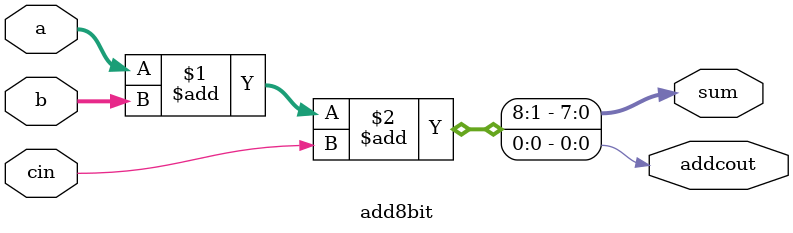
<source format=v>
`timescale 1ns / 1ps
module add8bit(input [7:0]a,
               input [7:0]b,
               input cin,
               output [7:0] sum,
               output addcout);

  assign  {sum,addcout}=a+b+cin;
  
  
               
endmodule

</source>
